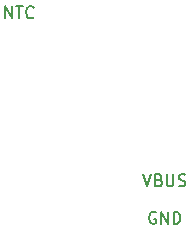
<source format=gto>
%TF.GenerationSoftware,KiCad,Pcbnew,9.0.6*%
%TF.CreationDate,2025-11-24T17:12:20+00:00*%
%TF.ProjectId,power-pcb,706f7765-722d-4706-9362-2e6b69636164,rev?*%
%TF.SameCoordinates,Original*%
%TF.FileFunction,Legend,Top*%
%TF.FilePolarity,Positive*%
%FSLAX46Y46*%
G04 Gerber Fmt 4.6, Leading zero omitted, Abs format (unit mm)*
G04 Created by KiCad (PCBNEW 9.0.6) date 2025-11-24 17:12:20*
%MOMM*%
%LPD*%
G01*
G04 APERTURE LIST*
G04 Aperture macros list*
%AMRoundRect*
0 Rectangle with rounded corners*
0 $1 Rounding radius*
0 $2 $3 $4 $5 $6 $7 $8 $9 X,Y pos of 4 corners*
0 Add a 4 corners polygon primitive as box body*
4,1,4,$2,$3,$4,$5,$6,$7,$8,$9,$2,$3,0*
0 Add four circle primitives for the rounded corners*
1,1,$1+$1,$2,$3*
1,1,$1+$1,$4,$5*
1,1,$1+$1,$6,$7*
1,1,$1+$1,$8,$9*
0 Add four rect primitives between the rounded corners*
20,1,$1+$1,$2,$3,$4,$5,0*
20,1,$1+$1,$4,$5,$6,$7,0*
20,1,$1+$1,$6,$7,$8,$9,0*
20,1,$1+$1,$8,$9,$2,$3,0*%
G04 Aperture macros list end*
%ADD10C,0.150000*%
%ADD11RoundRect,0.102000X2.250000X-1.375000X2.250000X1.375000X-2.250000X1.375000X-2.250000X-1.375000X0*%
%ADD12RoundRect,0.102000X-2.250000X1.375000X-2.250000X-1.375000X2.250000X-1.375000X2.250000X1.375000X0*%
%ADD13C,1.448000*%
G04 APERTURE END LIST*
D10*
X119238095Y-91052438D02*
X119142857Y-91004819D01*
X119142857Y-91004819D02*
X119000000Y-91004819D01*
X119000000Y-91004819D02*
X118857143Y-91052438D01*
X118857143Y-91052438D02*
X118761905Y-91147676D01*
X118761905Y-91147676D02*
X118714286Y-91242914D01*
X118714286Y-91242914D02*
X118666667Y-91433390D01*
X118666667Y-91433390D02*
X118666667Y-91576247D01*
X118666667Y-91576247D02*
X118714286Y-91766723D01*
X118714286Y-91766723D02*
X118761905Y-91861961D01*
X118761905Y-91861961D02*
X118857143Y-91957200D01*
X118857143Y-91957200D02*
X119000000Y-92004819D01*
X119000000Y-92004819D02*
X119095238Y-92004819D01*
X119095238Y-92004819D02*
X119238095Y-91957200D01*
X119238095Y-91957200D02*
X119285714Y-91909580D01*
X119285714Y-91909580D02*
X119285714Y-91576247D01*
X119285714Y-91576247D02*
X119095238Y-91576247D01*
X119714286Y-92004819D02*
X119714286Y-91004819D01*
X119714286Y-91004819D02*
X120285714Y-92004819D01*
X120285714Y-92004819D02*
X120285714Y-91004819D01*
X120761905Y-92004819D02*
X120761905Y-91004819D01*
X120761905Y-91004819D02*
X121000000Y-91004819D01*
X121000000Y-91004819D02*
X121142857Y-91052438D01*
X121142857Y-91052438D02*
X121238095Y-91147676D01*
X121238095Y-91147676D02*
X121285714Y-91242914D01*
X121285714Y-91242914D02*
X121333333Y-91433390D01*
X121333333Y-91433390D02*
X121333333Y-91576247D01*
X121333333Y-91576247D02*
X121285714Y-91766723D01*
X121285714Y-91766723D02*
X121238095Y-91861961D01*
X121238095Y-91861961D02*
X121142857Y-91957200D01*
X121142857Y-91957200D02*
X121000000Y-92004819D01*
X121000000Y-92004819D02*
X120761905Y-92004819D01*
X118166667Y-87829819D02*
X118500000Y-88829819D01*
X118500000Y-88829819D02*
X118833333Y-87829819D01*
X119500000Y-88306009D02*
X119642857Y-88353628D01*
X119642857Y-88353628D02*
X119690476Y-88401247D01*
X119690476Y-88401247D02*
X119738095Y-88496485D01*
X119738095Y-88496485D02*
X119738095Y-88639342D01*
X119738095Y-88639342D02*
X119690476Y-88734580D01*
X119690476Y-88734580D02*
X119642857Y-88782200D01*
X119642857Y-88782200D02*
X119547619Y-88829819D01*
X119547619Y-88829819D02*
X119166667Y-88829819D01*
X119166667Y-88829819D02*
X119166667Y-87829819D01*
X119166667Y-87829819D02*
X119500000Y-87829819D01*
X119500000Y-87829819D02*
X119595238Y-87877438D01*
X119595238Y-87877438D02*
X119642857Y-87925057D01*
X119642857Y-87925057D02*
X119690476Y-88020295D01*
X119690476Y-88020295D02*
X119690476Y-88115533D01*
X119690476Y-88115533D02*
X119642857Y-88210771D01*
X119642857Y-88210771D02*
X119595238Y-88258390D01*
X119595238Y-88258390D02*
X119500000Y-88306009D01*
X119500000Y-88306009D02*
X119166667Y-88306009D01*
X120166667Y-87829819D02*
X120166667Y-88639342D01*
X120166667Y-88639342D02*
X120214286Y-88734580D01*
X120214286Y-88734580D02*
X120261905Y-88782200D01*
X120261905Y-88782200D02*
X120357143Y-88829819D01*
X120357143Y-88829819D02*
X120547619Y-88829819D01*
X120547619Y-88829819D02*
X120642857Y-88782200D01*
X120642857Y-88782200D02*
X120690476Y-88734580D01*
X120690476Y-88734580D02*
X120738095Y-88639342D01*
X120738095Y-88639342D02*
X120738095Y-87829819D01*
X121166667Y-88782200D02*
X121309524Y-88829819D01*
X121309524Y-88829819D02*
X121547619Y-88829819D01*
X121547619Y-88829819D02*
X121642857Y-88782200D01*
X121642857Y-88782200D02*
X121690476Y-88734580D01*
X121690476Y-88734580D02*
X121738095Y-88639342D01*
X121738095Y-88639342D02*
X121738095Y-88544104D01*
X121738095Y-88544104D02*
X121690476Y-88448866D01*
X121690476Y-88448866D02*
X121642857Y-88401247D01*
X121642857Y-88401247D02*
X121547619Y-88353628D01*
X121547619Y-88353628D02*
X121357143Y-88306009D01*
X121357143Y-88306009D02*
X121261905Y-88258390D01*
X121261905Y-88258390D02*
X121214286Y-88210771D01*
X121214286Y-88210771D02*
X121166667Y-88115533D01*
X121166667Y-88115533D02*
X121166667Y-88020295D01*
X121166667Y-88020295D02*
X121214286Y-87925057D01*
X121214286Y-87925057D02*
X121261905Y-87877438D01*
X121261905Y-87877438D02*
X121357143Y-87829819D01*
X121357143Y-87829819D02*
X121595238Y-87829819D01*
X121595238Y-87829819D02*
X121738095Y-87877438D01*
X106513333Y-74613819D02*
X106513333Y-73613819D01*
X106513333Y-73613819D02*
X107084761Y-74613819D01*
X107084761Y-74613819D02*
X107084761Y-73613819D01*
X107418095Y-73613819D02*
X107989523Y-73613819D01*
X107703809Y-74613819D02*
X107703809Y-73613819D01*
X108894285Y-74518580D02*
X108846666Y-74566200D01*
X108846666Y-74566200D02*
X108703809Y-74613819D01*
X108703809Y-74613819D02*
X108608571Y-74613819D01*
X108608571Y-74613819D02*
X108465714Y-74566200D01*
X108465714Y-74566200D02*
X108370476Y-74470961D01*
X108370476Y-74470961D02*
X108322857Y-74375723D01*
X108322857Y-74375723D02*
X108275238Y-74185247D01*
X108275238Y-74185247D02*
X108275238Y-74042390D01*
X108275238Y-74042390D02*
X108322857Y-73851914D01*
X108322857Y-73851914D02*
X108370476Y-73756676D01*
X108370476Y-73756676D02*
X108465714Y-73661438D01*
X108465714Y-73661438D02*
X108608571Y-73613819D01*
X108608571Y-73613819D02*
X108703809Y-73613819D01*
X108703809Y-73613819D02*
X108846666Y-73661438D01*
X108846666Y-73661438D02*
X108894285Y-73709057D01*
%LPC*%
D11*
%TO.C,GND*%
X128254000Y-91550000D03*
%TD*%
%TO.C,VBUS*%
X128254000Y-88375000D03*
%TD*%
D12*
%TO.C,NTC*%
X107680000Y-71659000D03*
%TD*%
D13*
%TO.C,REF\u002A\u002A*%
X106500000Y-75500000D03*
%TD*%
%TO.C,REF\u002A\u002A*%
X124500000Y-89972500D03*
%TD*%
%LPD*%
M02*

</source>
